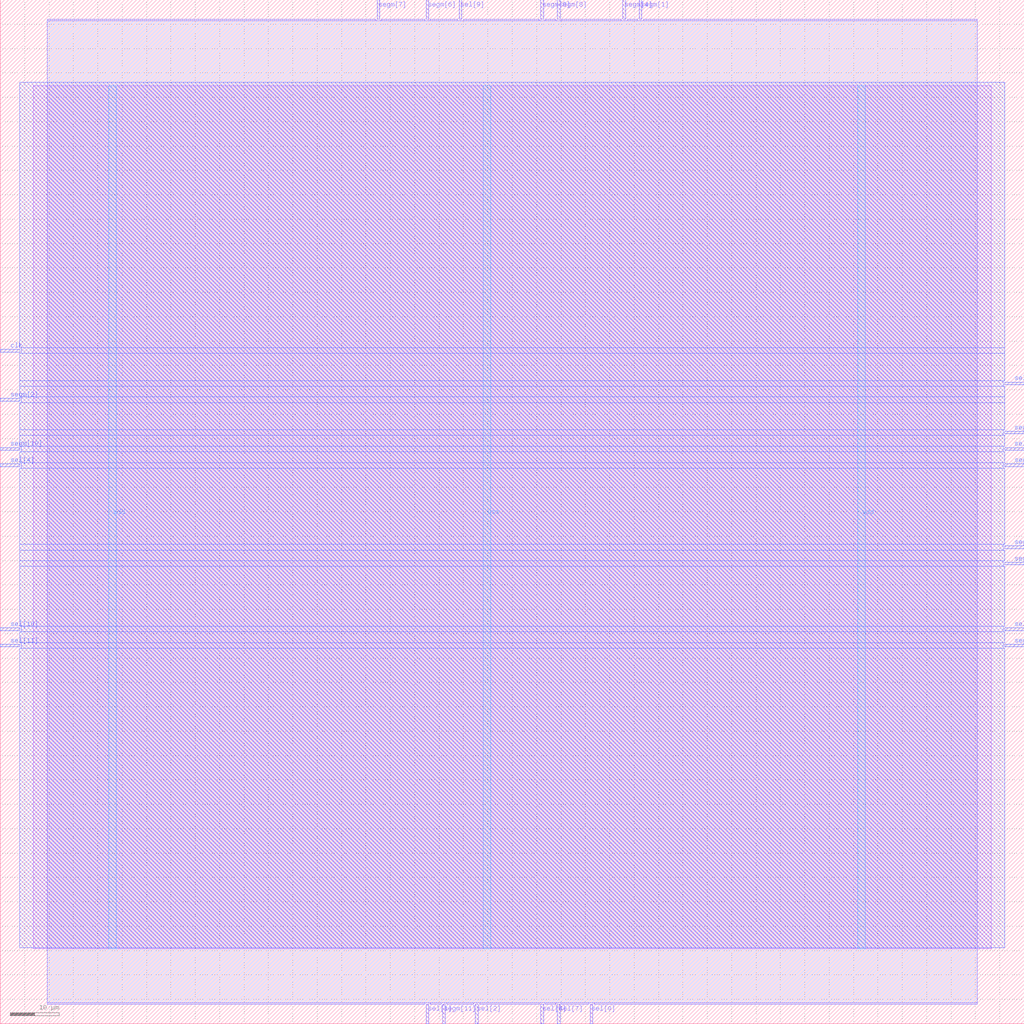
<source format=lef>
VERSION 5.7 ;
  NOWIREEXTENSIONATPIN ON ;
  DIVIDERCHAR "/" ;
  BUSBITCHARS "[]" ;
MACRO ita34
  CLASS BLOCK ;
  FOREIGN ita34 ;
  ORIGIN 0.000 0.000 ;
  SIZE 210.000 BY 210.000 ;
  PIN clk
    DIRECTION INPUT ;
    USE SIGNAL ;
    ANTENNAGATEAREA 4.738000 ;
    ANTENNADIFFAREA 0.410400 ;
    PORT
      LAYER Metal3 ;
        RECT 0.000 137.760 4.000 138.320 ;
    END
  END clk
  PIN segm[0]
    DIRECTION OUTPUT TRISTATE ;
    USE SIGNAL ;
    ANTENNADIFFAREA 4.731200 ;
    PORT
      LAYER Metal3 ;
        RECT 206.000 114.240 210.000 114.800 ;
    END
  END segm[0]
  PIN segm[10]
    DIRECTION OUTPUT TRISTATE ;
    USE SIGNAL ;
    ANTENNADIFFAREA 4.731200 ;
    PORT
      LAYER Metal3 ;
        RECT 0.000 117.600 4.000 118.160 ;
    END
  END segm[10]
  PIN segm[11]
    DIRECTION OUTPUT TRISTATE ;
    USE SIGNAL ;
    ANTENNADIFFAREA 4.731200 ;
    PORT
      LAYER Metal2 ;
        RECT 90.720 0.000 91.280 4.000 ;
    END
  END segm[11]
  PIN segm[12]
    DIRECTION OUTPUT TRISTATE ;
    USE SIGNAL ;
    ANTENNADIFFAREA 4.731200 ;
    PORT
      LAYER Metal3 ;
        RECT 206.000 120.960 210.000 121.520 ;
    END
  END segm[12]
  PIN segm[13]
    DIRECTION OUTPUT TRISTATE ;
    USE SIGNAL ;
    ANTENNADIFFAREA 4.731200 ;
    PORT
      LAYER Metal3 ;
        RECT 206.000 97.440 210.000 98.000 ;
    END
  END segm[13]
  PIN segm[1]
    DIRECTION OUTPUT TRISTATE ;
    USE SIGNAL ;
    ANTENNADIFFAREA 4.731200 ;
    PORT
      LAYER Metal2 ;
        RECT 131.040 206.000 131.600 210.000 ;
    END
  END segm[1]
  PIN segm[2]
    DIRECTION OUTPUT TRISTATE ;
    USE SIGNAL ;
    ANTENNADIFFAREA 4.731200 ;
    PORT
      LAYER Metal3 ;
        RECT 0.000 127.680 4.000 128.240 ;
    END
  END segm[2]
  PIN segm[3]
    DIRECTION OUTPUT TRISTATE ;
    USE SIGNAL ;
    ANTENNADIFFAREA 4.731200 ;
    PORT
      LAYER Metal3 ;
        RECT 206.000 77.280 210.000 77.840 ;
    END
  END segm[3]
  PIN segm[4]
    DIRECTION OUTPUT TRISTATE ;
    USE SIGNAL ;
    ANTENNADIFFAREA 4.731200 ;
    PORT
      LAYER Metal2 ;
        RECT 127.680 206.000 128.240 210.000 ;
    END
  END segm[4]
  PIN segm[5]
    DIRECTION OUTPUT TRISTATE ;
    USE SIGNAL ;
    ANTENNADIFFAREA 4.731200 ;
    PORT
      LAYER Metal3 ;
        RECT 206.000 94.080 210.000 94.640 ;
    END
  END segm[5]
  PIN segm[6]
    DIRECTION OUTPUT TRISTATE ;
    USE SIGNAL ;
    ANTENNADIFFAREA 4.731200 ;
    PORT
      LAYER Metal2 ;
        RECT 87.360 206.000 87.920 210.000 ;
    END
  END segm[6]
  PIN segm[7]
    DIRECTION OUTPUT TRISTATE ;
    USE SIGNAL ;
    ANTENNADIFFAREA 4.731200 ;
    PORT
      LAYER Metal2 ;
        RECT 77.280 206.000 77.840 210.000 ;
    END
  END segm[7]
  PIN segm[8]
    DIRECTION OUTPUT TRISTATE ;
    USE SIGNAL ;
    ANTENNADIFFAREA 4.731200 ;
    PORT
      LAYER Metal2 ;
        RECT 114.240 206.000 114.800 210.000 ;
    END
  END segm[8]
  PIN segm[9]
    DIRECTION OUTPUT TRISTATE ;
    USE SIGNAL ;
    ANTENNADIFFAREA 4.731200 ;
    PORT
      LAYER Metal2 ;
        RECT 110.880 206.000 111.440 210.000 ;
    END
  END segm[9]
  PIN sel[0]
    DIRECTION OUTPUT TRISTATE ;
    USE SIGNAL ;
    ANTENNADIFFAREA 4.731200 ;
    PORT
      LAYER Metal2 ;
        RECT 120.960 0.000 121.520 4.000 ;
    END
  END sel[0]
  PIN sel[10]
    DIRECTION OUTPUT TRISTATE ;
    USE SIGNAL ;
    ANTENNADIFFAREA 4.731200 ;
    PORT
      LAYER Metal3 ;
        RECT 0.000 80.640 4.000 81.200 ;
    END
  END sel[10]
  PIN sel[11]
    DIRECTION OUTPUT TRISTATE ;
    USE SIGNAL ;
    ANTENNADIFFAREA 4.731200 ;
    PORT
      LAYER Metal3 ;
        RECT 0.000 77.280 4.000 77.840 ;
    END
  END sel[11]
  PIN sel[1]
    DIRECTION OUTPUT TRISTATE ;
    USE SIGNAL ;
    ANTENNADIFFAREA 4.731200 ;
    PORT
      LAYER Metal2 ;
        RECT 87.360 0.000 87.920 4.000 ;
    END
  END sel[1]
  PIN sel[2]
    DIRECTION OUTPUT TRISTATE ;
    USE SIGNAL ;
    ANTENNADIFFAREA 4.731200 ;
    PORT
      LAYER Metal2 ;
        RECT 97.440 0.000 98.000 4.000 ;
    END
  END sel[2]
  PIN sel[3]
    DIRECTION OUTPUT TRISTATE ;
    USE SIGNAL ;
    ANTENNADIFFAREA 4.731200 ;
    PORT
      LAYER Metal3 ;
        RECT 206.000 117.600 210.000 118.160 ;
    END
  END sel[3]
  PIN sel[4]
    DIRECTION OUTPUT TRISTATE ;
    USE SIGNAL ;
    ANTENNADIFFAREA 4.731200 ;
    PORT
      LAYER Metal3 ;
        RECT 0.000 114.240 4.000 114.800 ;
    END
  END sel[4]
  PIN sel[5]
    DIRECTION OUTPUT TRISTATE ;
    USE SIGNAL ;
    ANTENNADIFFAREA 4.731200 ;
    PORT
      LAYER Metal2 ;
        RECT 110.880 0.000 111.440 4.000 ;
    END
  END sel[5]
  PIN sel[6]
    DIRECTION OUTPUT TRISTATE ;
    USE SIGNAL ;
    ANTENNADIFFAREA 4.731200 ;
    PORT
      LAYER Metal3 ;
        RECT 206.000 80.640 210.000 81.200 ;
    END
  END sel[6]
  PIN sel[7]
    DIRECTION OUTPUT TRISTATE ;
    USE SIGNAL ;
    ANTENNADIFFAREA 4.731200 ;
    PORT
      LAYER Metal2 ;
        RECT 114.240 0.000 114.800 4.000 ;
    END
  END sel[7]
  PIN sel[8]
    DIRECTION OUTPUT TRISTATE ;
    USE SIGNAL ;
    ANTENNADIFFAREA 4.731200 ;
    PORT
      LAYER Metal3 ;
        RECT 206.000 131.040 210.000 131.600 ;
    END
  END sel[8]
  PIN sel[9]
    DIRECTION OUTPUT TRISTATE ;
    USE SIGNAL ;
    ANTENNADIFFAREA 4.731200 ;
    PORT
      LAYER Metal2 ;
        RECT 94.080 206.000 94.640 210.000 ;
    END
  END sel[9]
  PIN vdd
    DIRECTION INOUT ;
    USE POWER ;
    PORT
      LAYER Metal4 ;
        RECT 22.240 15.380 23.840 192.380 ;
    END
    PORT
      LAYER Metal4 ;
        RECT 175.840 15.380 177.440 192.380 ;
    END
  END vdd
  PIN vss
    DIRECTION INOUT ;
    USE GROUND ;
    PORT
      LAYER Metal4 ;
        RECT 99.040 15.380 100.640 192.380 ;
    END
  END vss
  OBS
      LAYER Metal1 ;
        RECT 6.720 15.380 203.280 192.380 ;
      LAYER Metal2 ;
        RECT 9.660 205.700 76.980 206.000 ;
        RECT 78.140 205.700 87.060 206.000 ;
        RECT 88.220 205.700 93.780 206.000 ;
        RECT 94.940 205.700 110.580 206.000 ;
        RECT 111.740 205.700 113.940 206.000 ;
        RECT 115.100 205.700 127.380 206.000 ;
        RECT 128.540 205.700 130.740 206.000 ;
        RECT 131.900 205.700 200.340 206.000 ;
        RECT 9.660 4.300 200.340 205.700 ;
        RECT 9.660 4.000 87.060 4.300 ;
        RECT 88.220 4.000 90.420 4.300 ;
        RECT 91.580 4.000 97.140 4.300 ;
        RECT 98.300 4.000 110.580 4.300 ;
        RECT 111.740 4.000 113.940 4.300 ;
        RECT 115.100 4.000 120.660 4.300 ;
        RECT 121.820 4.000 200.340 4.300 ;
      LAYER Metal3 ;
        RECT 4.000 138.620 206.000 193.060 ;
        RECT 4.300 137.460 206.000 138.620 ;
        RECT 4.000 131.900 206.000 137.460 ;
        RECT 4.000 130.740 205.700 131.900 ;
        RECT 4.000 128.540 206.000 130.740 ;
        RECT 4.300 127.380 206.000 128.540 ;
        RECT 4.000 121.820 206.000 127.380 ;
        RECT 4.000 120.660 205.700 121.820 ;
        RECT 4.000 118.460 206.000 120.660 ;
        RECT 4.300 117.300 205.700 118.460 ;
        RECT 4.000 115.100 206.000 117.300 ;
        RECT 4.300 113.940 205.700 115.100 ;
        RECT 4.000 98.300 206.000 113.940 ;
        RECT 4.000 97.140 205.700 98.300 ;
        RECT 4.000 94.940 206.000 97.140 ;
        RECT 4.000 93.780 205.700 94.940 ;
        RECT 4.000 81.500 206.000 93.780 ;
        RECT 4.300 80.340 205.700 81.500 ;
        RECT 4.000 78.140 206.000 80.340 ;
        RECT 4.300 76.980 205.700 78.140 ;
        RECT 4.000 15.540 206.000 76.980 ;
  END
END ita34
END LIBRARY


</source>
